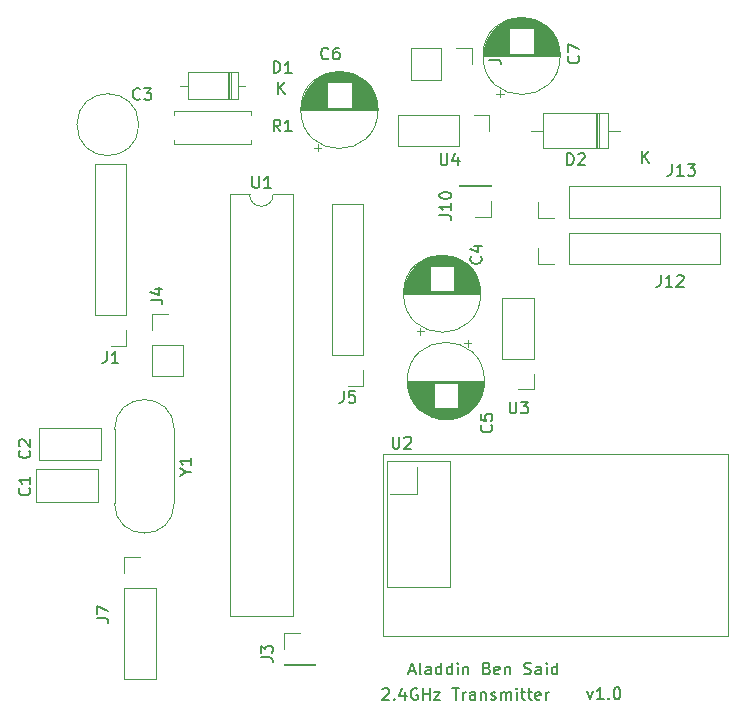
<source format=gto>
G04 #@! TF.GenerationSoftware,KiCad,Pcbnew,(5.1.4)-1*
G04 #@! TF.CreationDate,2020-08-27T05:36:11+02:00*
G04 #@! TF.ProjectId,transmitter,7472616e-736d-4697-9474-65722e6b6963,v1.0*
G04 #@! TF.SameCoordinates,Original*
G04 #@! TF.FileFunction,Legend,Top*
G04 #@! TF.FilePolarity,Positive*
%FSLAX46Y46*%
G04 Gerber Fmt 4.6, Leading zero omitted, Abs format (unit mm)*
G04 Created by KiCad (PCBNEW (5.1.4)-1) date 2020-08-27 05:36:11*
%MOMM*%
%LPD*%
G04 APERTURE LIST*
%ADD10C,0.150000*%
%ADD11C,0.120000*%
G04 APERTURE END LIST*
D10*
X252825428Y-79097214D02*
X253063523Y-79763880D01*
X253301619Y-79097214D01*
X254206380Y-79763880D02*
X253634952Y-79763880D01*
X253920666Y-79763880D02*
X253920666Y-78763880D01*
X253825428Y-78906738D01*
X253730190Y-79001976D01*
X253634952Y-79049595D01*
X254634952Y-79668642D02*
X254682571Y-79716261D01*
X254634952Y-79763880D01*
X254587333Y-79716261D01*
X254634952Y-79668642D01*
X254634952Y-79763880D01*
X255301619Y-78763880D02*
X255396857Y-78763880D01*
X255492095Y-78811500D01*
X255539714Y-78859119D01*
X255587333Y-78954357D01*
X255634952Y-79144833D01*
X255634952Y-79382928D01*
X255587333Y-79573404D01*
X255539714Y-79668642D01*
X255492095Y-79716261D01*
X255396857Y-79763880D01*
X255301619Y-79763880D01*
X255206380Y-79716261D01*
X255158761Y-79668642D01*
X255111142Y-79573404D01*
X255063523Y-79382928D01*
X255063523Y-79144833D01*
X255111142Y-78954357D01*
X255158761Y-78859119D01*
X255206380Y-78811500D01*
X255301619Y-78763880D01*
X235482690Y-78922619D02*
X235530309Y-78875000D01*
X235625547Y-78827380D01*
X235863642Y-78827380D01*
X235958880Y-78875000D01*
X236006500Y-78922619D01*
X236054119Y-79017857D01*
X236054119Y-79113095D01*
X236006500Y-79255952D01*
X235435071Y-79827380D01*
X236054119Y-79827380D01*
X236482690Y-79732142D02*
X236530309Y-79779761D01*
X236482690Y-79827380D01*
X236435071Y-79779761D01*
X236482690Y-79732142D01*
X236482690Y-79827380D01*
X237387452Y-79160714D02*
X237387452Y-79827380D01*
X237149357Y-78779761D02*
X236911261Y-79494047D01*
X237530309Y-79494047D01*
X238435071Y-78875000D02*
X238339833Y-78827380D01*
X238196976Y-78827380D01*
X238054119Y-78875000D01*
X237958880Y-78970238D01*
X237911261Y-79065476D01*
X237863642Y-79255952D01*
X237863642Y-79398809D01*
X237911261Y-79589285D01*
X237958880Y-79684523D01*
X238054119Y-79779761D01*
X238196976Y-79827380D01*
X238292214Y-79827380D01*
X238435071Y-79779761D01*
X238482690Y-79732142D01*
X238482690Y-79398809D01*
X238292214Y-79398809D01*
X238911261Y-79827380D02*
X238911261Y-78827380D01*
X238911261Y-79303571D02*
X239482690Y-79303571D01*
X239482690Y-79827380D02*
X239482690Y-78827380D01*
X239863642Y-79160714D02*
X240387452Y-79160714D01*
X239863642Y-79827380D01*
X240387452Y-79827380D01*
X241387452Y-78827380D02*
X241958880Y-78827380D01*
X241673166Y-79827380D02*
X241673166Y-78827380D01*
X242292214Y-79827380D02*
X242292214Y-79160714D01*
X242292214Y-79351190D02*
X242339833Y-79255952D01*
X242387452Y-79208333D01*
X242482690Y-79160714D01*
X242577928Y-79160714D01*
X243339833Y-79827380D02*
X243339833Y-79303571D01*
X243292214Y-79208333D01*
X243196976Y-79160714D01*
X243006500Y-79160714D01*
X242911261Y-79208333D01*
X243339833Y-79779761D02*
X243244595Y-79827380D01*
X243006500Y-79827380D01*
X242911261Y-79779761D01*
X242863642Y-79684523D01*
X242863642Y-79589285D01*
X242911261Y-79494047D01*
X243006500Y-79446428D01*
X243244595Y-79446428D01*
X243339833Y-79398809D01*
X243816023Y-79160714D02*
X243816023Y-79827380D01*
X243816023Y-79255952D02*
X243863642Y-79208333D01*
X243958880Y-79160714D01*
X244101738Y-79160714D01*
X244196976Y-79208333D01*
X244244595Y-79303571D01*
X244244595Y-79827380D01*
X244673166Y-79779761D02*
X244768404Y-79827380D01*
X244958880Y-79827380D01*
X245054119Y-79779761D01*
X245101738Y-79684523D01*
X245101738Y-79636904D01*
X245054119Y-79541666D01*
X244958880Y-79494047D01*
X244816023Y-79494047D01*
X244720785Y-79446428D01*
X244673166Y-79351190D01*
X244673166Y-79303571D01*
X244720785Y-79208333D01*
X244816023Y-79160714D01*
X244958880Y-79160714D01*
X245054119Y-79208333D01*
X245530309Y-79827380D02*
X245530309Y-79160714D01*
X245530309Y-79255952D02*
X245577928Y-79208333D01*
X245673166Y-79160714D01*
X245816023Y-79160714D01*
X245911261Y-79208333D01*
X245958880Y-79303571D01*
X245958880Y-79827380D01*
X245958880Y-79303571D02*
X246006500Y-79208333D01*
X246101738Y-79160714D01*
X246244595Y-79160714D01*
X246339833Y-79208333D01*
X246387452Y-79303571D01*
X246387452Y-79827380D01*
X246863642Y-79827380D02*
X246863642Y-79160714D01*
X246863642Y-78827380D02*
X246816023Y-78875000D01*
X246863642Y-78922619D01*
X246911261Y-78875000D01*
X246863642Y-78827380D01*
X246863642Y-78922619D01*
X247196976Y-79160714D02*
X247577928Y-79160714D01*
X247339833Y-78827380D02*
X247339833Y-79684523D01*
X247387452Y-79779761D01*
X247482690Y-79827380D01*
X247577928Y-79827380D01*
X247768404Y-79160714D02*
X248149357Y-79160714D01*
X247911261Y-78827380D02*
X247911261Y-79684523D01*
X247958880Y-79779761D01*
X248054119Y-79827380D01*
X248149357Y-79827380D01*
X248863642Y-79779761D02*
X248768404Y-79827380D01*
X248577928Y-79827380D01*
X248482690Y-79779761D01*
X248435071Y-79684523D01*
X248435071Y-79303571D01*
X248482690Y-79208333D01*
X248577928Y-79160714D01*
X248768404Y-79160714D01*
X248863642Y-79208333D01*
X248911261Y-79303571D01*
X248911261Y-79398809D01*
X248435071Y-79494047D01*
X249339833Y-79827380D02*
X249339833Y-79160714D01*
X249339833Y-79351190D02*
X249387452Y-79255952D01*
X249435071Y-79208333D01*
X249530309Y-79160714D01*
X249625547Y-79160714D01*
X237720976Y-77382666D02*
X238197166Y-77382666D01*
X237625738Y-77668380D02*
X237959071Y-76668380D01*
X238292404Y-77668380D01*
X238768595Y-77668380D02*
X238673357Y-77620761D01*
X238625738Y-77525523D01*
X238625738Y-76668380D01*
X239578119Y-77668380D02*
X239578119Y-77144571D01*
X239530500Y-77049333D01*
X239435261Y-77001714D01*
X239244785Y-77001714D01*
X239149547Y-77049333D01*
X239578119Y-77620761D02*
X239482880Y-77668380D01*
X239244785Y-77668380D01*
X239149547Y-77620761D01*
X239101928Y-77525523D01*
X239101928Y-77430285D01*
X239149547Y-77335047D01*
X239244785Y-77287428D01*
X239482880Y-77287428D01*
X239578119Y-77239809D01*
X240482880Y-77668380D02*
X240482880Y-76668380D01*
X240482880Y-77620761D02*
X240387642Y-77668380D01*
X240197166Y-77668380D01*
X240101928Y-77620761D01*
X240054309Y-77573142D01*
X240006690Y-77477904D01*
X240006690Y-77192190D01*
X240054309Y-77096952D01*
X240101928Y-77049333D01*
X240197166Y-77001714D01*
X240387642Y-77001714D01*
X240482880Y-77049333D01*
X241387642Y-77668380D02*
X241387642Y-76668380D01*
X241387642Y-77620761D02*
X241292404Y-77668380D01*
X241101928Y-77668380D01*
X241006690Y-77620761D01*
X240959071Y-77573142D01*
X240911452Y-77477904D01*
X240911452Y-77192190D01*
X240959071Y-77096952D01*
X241006690Y-77049333D01*
X241101928Y-77001714D01*
X241292404Y-77001714D01*
X241387642Y-77049333D01*
X241863833Y-77668380D02*
X241863833Y-77001714D01*
X241863833Y-76668380D02*
X241816214Y-76716000D01*
X241863833Y-76763619D01*
X241911452Y-76716000D01*
X241863833Y-76668380D01*
X241863833Y-76763619D01*
X242340023Y-77001714D02*
X242340023Y-77668380D01*
X242340023Y-77096952D02*
X242387642Y-77049333D01*
X242482880Y-77001714D01*
X242625738Y-77001714D01*
X242720976Y-77049333D01*
X242768595Y-77144571D01*
X242768595Y-77668380D01*
X244340023Y-77144571D02*
X244482880Y-77192190D01*
X244530500Y-77239809D01*
X244578119Y-77335047D01*
X244578119Y-77477904D01*
X244530500Y-77573142D01*
X244482880Y-77620761D01*
X244387642Y-77668380D01*
X244006690Y-77668380D01*
X244006690Y-76668380D01*
X244340023Y-76668380D01*
X244435261Y-76716000D01*
X244482880Y-76763619D01*
X244530500Y-76858857D01*
X244530500Y-76954095D01*
X244482880Y-77049333D01*
X244435261Y-77096952D01*
X244340023Y-77144571D01*
X244006690Y-77144571D01*
X245387642Y-77620761D02*
X245292404Y-77668380D01*
X245101928Y-77668380D01*
X245006690Y-77620761D01*
X244959071Y-77525523D01*
X244959071Y-77144571D01*
X245006690Y-77049333D01*
X245101928Y-77001714D01*
X245292404Y-77001714D01*
X245387642Y-77049333D01*
X245435261Y-77144571D01*
X245435261Y-77239809D01*
X244959071Y-77335047D01*
X245863833Y-77001714D02*
X245863833Y-77668380D01*
X245863833Y-77096952D02*
X245911452Y-77049333D01*
X246006690Y-77001714D01*
X246149547Y-77001714D01*
X246244785Y-77049333D01*
X246292404Y-77144571D01*
X246292404Y-77668380D01*
X247482880Y-77620761D02*
X247625738Y-77668380D01*
X247863833Y-77668380D01*
X247959071Y-77620761D01*
X248006690Y-77573142D01*
X248054309Y-77477904D01*
X248054309Y-77382666D01*
X248006690Y-77287428D01*
X247959071Y-77239809D01*
X247863833Y-77192190D01*
X247673357Y-77144571D01*
X247578119Y-77096952D01*
X247530500Y-77049333D01*
X247482880Y-76954095D01*
X247482880Y-76858857D01*
X247530500Y-76763619D01*
X247578119Y-76716000D01*
X247673357Y-76668380D01*
X247911452Y-76668380D01*
X248054309Y-76716000D01*
X248911452Y-77668380D02*
X248911452Y-77144571D01*
X248863833Y-77049333D01*
X248768595Y-77001714D01*
X248578119Y-77001714D01*
X248482880Y-77049333D01*
X248911452Y-77620761D02*
X248816214Y-77668380D01*
X248578119Y-77668380D01*
X248482880Y-77620761D01*
X248435261Y-77525523D01*
X248435261Y-77430285D01*
X248482880Y-77335047D01*
X248578119Y-77287428D01*
X248816214Y-77287428D01*
X248911452Y-77239809D01*
X249387642Y-77668380D02*
X249387642Y-77001714D01*
X249387642Y-76668380D02*
X249340023Y-76716000D01*
X249387642Y-76763619D01*
X249435261Y-76716000D01*
X249387642Y-76668380D01*
X249387642Y-76763619D01*
X250292404Y-77668380D02*
X250292404Y-76668380D01*
X250292404Y-77620761D02*
X250197166Y-77668380D01*
X250006690Y-77668380D01*
X249911452Y-77620761D01*
X249863833Y-77573142D01*
X249816214Y-77477904D01*
X249816214Y-77192190D01*
X249863833Y-77096952D01*
X249911452Y-77049333D01*
X250006690Y-77001714D01*
X250197166Y-77001714D01*
X250292404Y-77049333D01*
D11*
X226234500Y-37024000D02*
G75*
G02X224234500Y-37024000I-1000000J0D01*
G01*
X224234500Y-37024000D02*
X222584500Y-37024000D01*
X222584500Y-37024000D02*
X222584500Y-72704000D01*
X222584500Y-72704000D02*
X227884500Y-72704000D01*
X227884500Y-72704000D02*
X227884500Y-37024000D01*
X227884500Y-37024000D02*
X226234500Y-37024000D01*
X248669500Y-38985500D02*
X248669500Y-37655500D01*
X249999500Y-38985500D02*
X248669500Y-38985500D01*
X251269500Y-38985500D02*
X251269500Y-36325500D01*
X251269500Y-36325500D02*
X264029500Y-36325500D01*
X251269500Y-38985500D02*
X264029500Y-38985500D01*
X264029500Y-38985500D02*
X264029500Y-36325500D01*
X248669500Y-42922500D02*
X248669500Y-41592500D01*
X249999500Y-42922500D02*
X248669500Y-42922500D01*
X251269500Y-42922500D02*
X251269500Y-40262500D01*
X251269500Y-40262500D02*
X264029500Y-40262500D01*
X251269500Y-42922500D02*
X264029500Y-42922500D01*
X264029500Y-42922500D02*
X264029500Y-40262500D01*
X213617500Y-67758000D02*
X214947500Y-67758000D01*
X213617500Y-69088000D02*
X213617500Y-67758000D01*
X213617500Y-70358000D02*
X216277500Y-70358000D01*
X216277500Y-70358000D02*
X216277500Y-78038000D01*
X213617500Y-70358000D02*
X213617500Y-78038000D01*
X213617500Y-78038000D02*
X216277500Y-78038000D01*
X215967000Y-47184000D02*
X217297000Y-47184000D01*
X215967000Y-48514000D02*
X215967000Y-47184000D01*
X215967000Y-49784000D02*
X218627000Y-49784000D01*
X218627000Y-49784000D02*
X218627000Y-52384000D01*
X215967000Y-49784000D02*
X215967000Y-52384000D01*
X215967000Y-52384000D02*
X218627000Y-52384000D01*
X227143000Y-74171500D02*
X228473000Y-74171500D01*
X227143000Y-75501500D02*
X227143000Y-74171500D01*
X227143000Y-76771500D02*
X229803000Y-76771500D01*
X229803000Y-76771500D02*
X229803000Y-76831500D01*
X227143000Y-76771500D02*
X227143000Y-76831500D01*
X227143000Y-76831500D02*
X229803000Y-76831500D01*
X211428000Y-63028500D02*
X206188000Y-63028500D01*
X211428000Y-60288500D02*
X206188000Y-60288500D01*
X211428000Y-63028500D02*
X211428000Y-60288500D01*
X206188000Y-63028500D02*
X206188000Y-60288500D01*
X206378500Y-59536000D02*
X206378500Y-56796000D01*
X211618500Y-59536000D02*
X211618500Y-56796000D01*
X211618500Y-56796000D02*
X206378500Y-56796000D01*
X211618500Y-59536000D02*
X206378500Y-59536000D01*
X214853000Y-31115000D02*
G75*
G03X214853000Y-31115000I-2620000J0D01*
G01*
X243808000Y-45422500D02*
G75*
G03X243808000Y-45422500I-3270000J0D01*
G01*
X237308000Y-45422500D02*
X243768000Y-45422500D01*
X237308000Y-45382500D02*
X243768000Y-45382500D01*
X237308000Y-45342500D02*
X243768000Y-45342500D01*
X237310000Y-45302500D02*
X243766000Y-45302500D01*
X237311000Y-45262500D02*
X243765000Y-45262500D01*
X237314000Y-45222500D02*
X243762000Y-45222500D01*
X237316000Y-45182500D02*
X239498000Y-45182500D01*
X241578000Y-45182500D02*
X243760000Y-45182500D01*
X237320000Y-45142500D02*
X239498000Y-45142500D01*
X241578000Y-45142500D02*
X243756000Y-45142500D01*
X237323000Y-45102500D02*
X239498000Y-45102500D01*
X241578000Y-45102500D02*
X243753000Y-45102500D01*
X237327000Y-45062500D02*
X239498000Y-45062500D01*
X241578000Y-45062500D02*
X243749000Y-45062500D01*
X237332000Y-45022500D02*
X239498000Y-45022500D01*
X241578000Y-45022500D02*
X243744000Y-45022500D01*
X237337000Y-44982500D02*
X239498000Y-44982500D01*
X241578000Y-44982500D02*
X243739000Y-44982500D01*
X237343000Y-44942500D02*
X239498000Y-44942500D01*
X241578000Y-44942500D02*
X243733000Y-44942500D01*
X237349000Y-44902500D02*
X239498000Y-44902500D01*
X241578000Y-44902500D02*
X243727000Y-44902500D01*
X237356000Y-44862500D02*
X239498000Y-44862500D01*
X241578000Y-44862500D02*
X243720000Y-44862500D01*
X237363000Y-44822500D02*
X239498000Y-44822500D01*
X241578000Y-44822500D02*
X243713000Y-44822500D01*
X237371000Y-44782500D02*
X239498000Y-44782500D01*
X241578000Y-44782500D02*
X243705000Y-44782500D01*
X237379000Y-44742500D02*
X239498000Y-44742500D01*
X241578000Y-44742500D02*
X243697000Y-44742500D01*
X237388000Y-44701500D02*
X239498000Y-44701500D01*
X241578000Y-44701500D02*
X243688000Y-44701500D01*
X237397000Y-44661500D02*
X239498000Y-44661500D01*
X241578000Y-44661500D02*
X243679000Y-44661500D01*
X237407000Y-44621500D02*
X239498000Y-44621500D01*
X241578000Y-44621500D02*
X243669000Y-44621500D01*
X237417000Y-44581500D02*
X239498000Y-44581500D01*
X241578000Y-44581500D02*
X243659000Y-44581500D01*
X237428000Y-44541500D02*
X239498000Y-44541500D01*
X241578000Y-44541500D02*
X243648000Y-44541500D01*
X237440000Y-44501500D02*
X239498000Y-44501500D01*
X241578000Y-44501500D02*
X243636000Y-44501500D01*
X237452000Y-44461500D02*
X239498000Y-44461500D01*
X241578000Y-44461500D02*
X243624000Y-44461500D01*
X237464000Y-44421500D02*
X239498000Y-44421500D01*
X241578000Y-44421500D02*
X243612000Y-44421500D01*
X237477000Y-44381500D02*
X239498000Y-44381500D01*
X241578000Y-44381500D02*
X243599000Y-44381500D01*
X237491000Y-44341500D02*
X239498000Y-44341500D01*
X241578000Y-44341500D02*
X243585000Y-44341500D01*
X237505000Y-44301500D02*
X239498000Y-44301500D01*
X241578000Y-44301500D02*
X243571000Y-44301500D01*
X237520000Y-44261500D02*
X239498000Y-44261500D01*
X241578000Y-44261500D02*
X243556000Y-44261500D01*
X237536000Y-44221500D02*
X239498000Y-44221500D01*
X241578000Y-44221500D02*
X243540000Y-44221500D01*
X237552000Y-44181500D02*
X239498000Y-44181500D01*
X241578000Y-44181500D02*
X243524000Y-44181500D01*
X237568000Y-44141500D02*
X239498000Y-44141500D01*
X241578000Y-44141500D02*
X243508000Y-44141500D01*
X237586000Y-44101500D02*
X239498000Y-44101500D01*
X241578000Y-44101500D02*
X243490000Y-44101500D01*
X237604000Y-44061500D02*
X239498000Y-44061500D01*
X241578000Y-44061500D02*
X243472000Y-44061500D01*
X237622000Y-44021500D02*
X239498000Y-44021500D01*
X241578000Y-44021500D02*
X243454000Y-44021500D01*
X237642000Y-43981500D02*
X239498000Y-43981500D01*
X241578000Y-43981500D02*
X243434000Y-43981500D01*
X237662000Y-43941500D02*
X239498000Y-43941500D01*
X241578000Y-43941500D02*
X243414000Y-43941500D01*
X237682000Y-43901500D02*
X239498000Y-43901500D01*
X241578000Y-43901500D02*
X243394000Y-43901500D01*
X237704000Y-43861500D02*
X239498000Y-43861500D01*
X241578000Y-43861500D02*
X243372000Y-43861500D01*
X237726000Y-43821500D02*
X239498000Y-43821500D01*
X241578000Y-43821500D02*
X243350000Y-43821500D01*
X237748000Y-43781500D02*
X239498000Y-43781500D01*
X241578000Y-43781500D02*
X243328000Y-43781500D01*
X237772000Y-43741500D02*
X239498000Y-43741500D01*
X241578000Y-43741500D02*
X243304000Y-43741500D01*
X237796000Y-43701500D02*
X239498000Y-43701500D01*
X241578000Y-43701500D02*
X243280000Y-43701500D01*
X237822000Y-43661500D02*
X239498000Y-43661500D01*
X241578000Y-43661500D02*
X243254000Y-43661500D01*
X237848000Y-43621500D02*
X239498000Y-43621500D01*
X241578000Y-43621500D02*
X243228000Y-43621500D01*
X237874000Y-43581500D02*
X239498000Y-43581500D01*
X241578000Y-43581500D02*
X243202000Y-43581500D01*
X237902000Y-43541500D02*
X239498000Y-43541500D01*
X241578000Y-43541500D02*
X243174000Y-43541500D01*
X237931000Y-43501500D02*
X239498000Y-43501500D01*
X241578000Y-43501500D02*
X243145000Y-43501500D01*
X237960000Y-43461500D02*
X239498000Y-43461500D01*
X241578000Y-43461500D02*
X243116000Y-43461500D01*
X237990000Y-43421500D02*
X239498000Y-43421500D01*
X241578000Y-43421500D02*
X243086000Y-43421500D01*
X238022000Y-43381500D02*
X239498000Y-43381500D01*
X241578000Y-43381500D02*
X243054000Y-43381500D01*
X238054000Y-43341500D02*
X239498000Y-43341500D01*
X241578000Y-43341500D02*
X243022000Y-43341500D01*
X238088000Y-43301500D02*
X239498000Y-43301500D01*
X241578000Y-43301500D02*
X242988000Y-43301500D01*
X238122000Y-43261500D02*
X239498000Y-43261500D01*
X241578000Y-43261500D02*
X242954000Y-43261500D01*
X238158000Y-43221500D02*
X239498000Y-43221500D01*
X241578000Y-43221500D02*
X242918000Y-43221500D01*
X238195000Y-43181500D02*
X239498000Y-43181500D01*
X241578000Y-43181500D02*
X242881000Y-43181500D01*
X238233000Y-43141500D02*
X239498000Y-43141500D01*
X241578000Y-43141500D02*
X242843000Y-43141500D01*
X238273000Y-43101500D02*
X242803000Y-43101500D01*
X238314000Y-43061500D02*
X242762000Y-43061500D01*
X238356000Y-43021500D02*
X242720000Y-43021500D01*
X238401000Y-42981500D02*
X242675000Y-42981500D01*
X238446000Y-42941500D02*
X242630000Y-42941500D01*
X238494000Y-42901500D02*
X242582000Y-42901500D01*
X238543000Y-42861500D02*
X242533000Y-42861500D01*
X238594000Y-42821500D02*
X242482000Y-42821500D01*
X238648000Y-42781500D02*
X242428000Y-42781500D01*
X238704000Y-42741500D02*
X242372000Y-42741500D01*
X238762000Y-42701500D02*
X242314000Y-42701500D01*
X238824000Y-42661500D02*
X242252000Y-42661500D01*
X238888000Y-42621500D02*
X242188000Y-42621500D01*
X238957000Y-42581500D02*
X242119000Y-42581500D01*
X239029000Y-42541500D02*
X242047000Y-42541500D01*
X239106000Y-42501500D02*
X241970000Y-42501500D01*
X239188000Y-42461500D02*
X241888000Y-42461500D01*
X239276000Y-42421500D02*
X241800000Y-42421500D01*
X239373000Y-42381500D02*
X241703000Y-42381500D01*
X239479000Y-42341500D02*
X241597000Y-42341500D01*
X239598000Y-42301500D02*
X241478000Y-42301500D01*
X239736000Y-42261500D02*
X241340000Y-42261500D01*
X239905000Y-42221500D02*
X241171000Y-42221500D01*
X240136000Y-42181500D02*
X240940000Y-42181500D01*
X238699000Y-48922741D02*
X238699000Y-48292741D01*
X238384000Y-48607741D02*
X239014000Y-48607741D01*
X243009500Y-49626759D02*
X242379500Y-49626759D01*
X242694500Y-49311759D02*
X242694500Y-49941759D01*
X241257500Y-56053000D02*
X240453500Y-56053000D01*
X241488500Y-56013000D02*
X240222500Y-56013000D01*
X241657500Y-55973000D02*
X240053500Y-55973000D01*
X241795500Y-55933000D02*
X239915500Y-55933000D01*
X241914500Y-55893000D02*
X239796500Y-55893000D01*
X242020500Y-55853000D02*
X239690500Y-55853000D01*
X242117500Y-55813000D02*
X239593500Y-55813000D01*
X242205500Y-55773000D02*
X239505500Y-55773000D01*
X242287500Y-55733000D02*
X239423500Y-55733000D01*
X242364500Y-55693000D02*
X239346500Y-55693000D01*
X242436500Y-55653000D02*
X239274500Y-55653000D01*
X242505500Y-55613000D02*
X239205500Y-55613000D01*
X242569500Y-55573000D02*
X239141500Y-55573000D01*
X242631500Y-55533000D02*
X239079500Y-55533000D01*
X242689500Y-55493000D02*
X239021500Y-55493000D01*
X242745500Y-55453000D02*
X238965500Y-55453000D01*
X242799500Y-55413000D02*
X238911500Y-55413000D01*
X242850500Y-55373000D02*
X238860500Y-55373000D01*
X242899500Y-55333000D02*
X238811500Y-55333000D01*
X242947500Y-55293000D02*
X238763500Y-55293000D01*
X242992500Y-55253000D02*
X238718500Y-55253000D01*
X243037500Y-55213000D02*
X238673500Y-55213000D01*
X243079500Y-55173000D02*
X238631500Y-55173000D01*
X243120500Y-55133000D02*
X238590500Y-55133000D01*
X239815500Y-55093000D02*
X238550500Y-55093000D01*
X243160500Y-55093000D02*
X241895500Y-55093000D01*
X239815500Y-55053000D02*
X238512500Y-55053000D01*
X243198500Y-55053000D02*
X241895500Y-55053000D01*
X239815500Y-55013000D02*
X238475500Y-55013000D01*
X243235500Y-55013000D02*
X241895500Y-55013000D01*
X239815500Y-54973000D02*
X238439500Y-54973000D01*
X243271500Y-54973000D02*
X241895500Y-54973000D01*
X239815500Y-54933000D02*
X238405500Y-54933000D01*
X243305500Y-54933000D02*
X241895500Y-54933000D01*
X239815500Y-54893000D02*
X238371500Y-54893000D01*
X243339500Y-54893000D02*
X241895500Y-54893000D01*
X239815500Y-54853000D02*
X238339500Y-54853000D01*
X243371500Y-54853000D02*
X241895500Y-54853000D01*
X239815500Y-54813000D02*
X238307500Y-54813000D01*
X243403500Y-54813000D02*
X241895500Y-54813000D01*
X239815500Y-54773000D02*
X238277500Y-54773000D01*
X243433500Y-54773000D02*
X241895500Y-54773000D01*
X239815500Y-54733000D02*
X238248500Y-54733000D01*
X243462500Y-54733000D02*
X241895500Y-54733000D01*
X239815500Y-54693000D02*
X238219500Y-54693000D01*
X243491500Y-54693000D02*
X241895500Y-54693000D01*
X239815500Y-54653000D02*
X238191500Y-54653000D01*
X243519500Y-54653000D02*
X241895500Y-54653000D01*
X239815500Y-54613000D02*
X238165500Y-54613000D01*
X243545500Y-54613000D02*
X241895500Y-54613000D01*
X239815500Y-54573000D02*
X238139500Y-54573000D01*
X243571500Y-54573000D02*
X241895500Y-54573000D01*
X239815500Y-54533000D02*
X238113500Y-54533000D01*
X243597500Y-54533000D02*
X241895500Y-54533000D01*
X239815500Y-54493000D02*
X238089500Y-54493000D01*
X243621500Y-54493000D02*
X241895500Y-54493000D01*
X239815500Y-54453000D02*
X238065500Y-54453000D01*
X243645500Y-54453000D02*
X241895500Y-54453000D01*
X239815500Y-54413000D02*
X238043500Y-54413000D01*
X243667500Y-54413000D02*
X241895500Y-54413000D01*
X239815500Y-54373000D02*
X238021500Y-54373000D01*
X243689500Y-54373000D02*
X241895500Y-54373000D01*
X239815500Y-54333000D02*
X237999500Y-54333000D01*
X243711500Y-54333000D02*
X241895500Y-54333000D01*
X239815500Y-54293000D02*
X237979500Y-54293000D01*
X243731500Y-54293000D02*
X241895500Y-54293000D01*
X239815500Y-54253000D02*
X237959500Y-54253000D01*
X243751500Y-54253000D02*
X241895500Y-54253000D01*
X239815500Y-54213000D02*
X237939500Y-54213000D01*
X243771500Y-54213000D02*
X241895500Y-54213000D01*
X239815500Y-54173000D02*
X237921500Y-54173000D01*
X243789500Y-54173000D02*
X241895500Y-54173000D01*
X239815500Y-54133000D02*
X237903500Y-54133000D01*
X243807500Y-54133000D02*
X241895500Y-54133000D01*
X239815500Y-54093000D02*
X237885500Y-54093000D01*
X243825500Y-54093000D02*
X241895500Y-54093000D01*
X239815500Y-54053000D02*
X237869500Y-54053000D01*
X243841500Y-54053000D02*
X241895500Y-54053000D01*
X239815500Y-54013000D02*
X237853500Y-54013000D01*
X243857500Y-54013000D02*
X241895500Y-54013000D01*
X239815500Y-53973000D02*
X237837500Y-53973000D01*
X243873500Y-53973000D02*
X241895500Y-53973000D01*
X239815500Y-53933000D02*
X237822500Y-53933000D01*
X243888500Y-53933000D02*
X241895500Y-53933000D01*
X239815500Y-53893000D02*
X237808500Y-53893000D01*
X243902500Y-53893000D02*
X241895500Y-53893000D01*
X239815500Y-53853000D02*
X237794500Y-53853000D01*
X243916500Y-53853000D02*
X241895500Y-53853000D01*
X239815500Y-53813000D02*
X237781500Y-53813000D01*
X243929500Y-53813000D02*
X241895500Y-53813000D01*
X239815500Y-53773000D02*
X237769500Y-53773000D01*
X243941500Y-53773000D02*
X241895500Y-53773000D01*
X239815500Y-53733000D02*
X237757500Y-53733000D01*
X243953500Y-53733000D02*
X241895500Y-53733000D01*
X239815500Y-53693000D02*
X237745500Y-53693000D01*
X243965500Y-53693000D02*
X241895500Y-53693000D01*
X239815500Y-53653000D02*
X237734500Y-53653000D01*
X243976500Y-53653000D02*
X241895500Y-53653000D01*
X239815500Y-53613000D02*
X237724500Y-53613000D01*
X243986500Y-53613000D02*
X241895500Y-53613000D01*
X239815500Y-53573000D02*
X237714500Y-53573000D01*
X243996500Y-53573000D02*
X241895500Y-53573000D01*
X239815500Y-53533000D02*
X237705500Y-53533000D01*
X244005500Y-53533000D02*
X241895500Y-53533000D01*
X239815500Y-53492000D02*
X237696500Y-53492000D01*
X244014500Y-53492000D02*
X241895500Y-53492000D01*
X239815500Y-53452000D02*
X237688500Y-53452000D01*
X244022500Y-53452000D02*
X241895500Y-53452000D01*
X239815500Y-53412000D02*
X237680500Y-53412000D01*
X244030500Y-53412000D02*
X241895500Y-53412000D01*
X239815500Y-53372000D02*
X237673500Y-53372000D01*
X244037500Y-53372000D02*
X241895500Y-53372000D01*
X239815500Y-53332000D02*
X237666500Y-53332000D01*
X244044500Y-53332000D02*
X241895500Y-53332000D01*
X239815500Y-53292000D02*
X237660500Y-53292000D01*
X244050500Y-53292000D02*
X241895500Y-53292000D01*
X239815500Y-53252000D02*
X237654500Y-53252000D01*
X244056500Y-53252000D02*
X241895500Y-53252000D01*
X239815500Y-53212000D02*
X237649500Y-53212000D01*
X244061500Y-53212000D02*
X241895500Y-53212000D01*
X239815500Y-53172000D02*
X237644500Y-53172000D01*
X244066500Y-53172000D02*
X241895500Y-53172000D01*
X239815500Y-53132000D02*
X237640500Y-53132000D01*
X244070500Y-53132000D02*
X241895500Y-53132000D01*
X239815500Y-53092000D02*
X237637500Y-53092000D01*
X244073500Y-53092000D02*
X241895500Y-53092000D01*
X239815500Y-53052000D02*
X237633500Y-53052000D01*
X244077500Y-53052000D02*
X241895500Y-53052000D01*
X244079500Y-53012000D02*
X237631500Y-53012000D01*
X244082500Y-52972000D02*
X237628500Y-52972000D01*
X244083500Y-52932000D02*
X237627500Y-52932000D01*
X244085500Y-52892000D02*
X237625500Y-52892000D01*
X244085500Y-52852000D02*
X237625500Y-52852000D01*
X244085500Y-52812000D02*
X237625500Y-52812000D01*
X244125500Y-52812000D02*
G75*
G03X244125500Y-52812000I-3270000J0D01*
G01*
X235108500Y-29865000D02*
G75*
G03X235108500Y-29865000I-3270000J0D01*
G01*
X228608500Y-29865000D02*
X235068500Y-29865000D01*
X228608500Y-29825000D02*
X235068500Y-29825000D01*
X228608500Y-29785000D02*
X235068500Y-29785000D01*
X228610500Y-29745000D02*
X235066500Y-29745000D01*
X228611500Y-29705000D02*
X235065500Y-29705000D01*
X228614500Y-29665000D02*
X235062500Y-29665000D01*
X228616500Y-29625000D02*
X230798500Y-29625000D01*
X232878500Y-29625000D02*
X235060500Y-29625000D01*
X228620500Y-29585000D02*
X230798500Y-29585000D01*
X232878500Y-29585000D02*
X235056500Y-29585000D01*
X228623500Y-29545000D02*
X230798500Y-29545000D01*
X232878500Y-29545000D02*
X235053500Y-29545000D01*
X228627500Y-29505000D02*
X230798500Y-29505000D01*
X232878500Y-29505000D02*
X235049500Y-29505000D01*
X228632500Y-29465000D02*
X230798500Y-29465000D01*
X232878500Y-29465000D02*
X235044500Y-29465000D01*
X228637500Y-29425000D02*
X230798500Y-29425000D01*
X232878500Y-29425000D02*
X235039500Y-29425000D01*
X228643500Y-29385000D02*
X230798500Y-29385000D01*
X232878500Y-29385000D02*
X235033500Y-29385000D01*
X228649500Y-29345000D02*
X230798500Y-29345000D01*
X232878500Y-29345000D02*
X235027500Y-29345000D01*
X228656500Y-29305000D02*
X230798500Y-29305000D01*
X232878500Y-29305000D02*
X235020500Y-29305000D01*
X228663500Y-29265000D02*
X230798500Y-29265000D01*
X232878500Y-29265000D02*
X235013500Y-29265000D01*
X228671500Y-29225000D02*
X230798500Y-29225000D01*
X232878500Y-29225000D02*
X235005500Y-29225000D01*
X228679500Y-29185000D02*
X230798500Y-29185000D01*
X232878500Y-29185000D02*
X234997500Y-29185000D01*
X228688500Y-29144000D02*
X230798500Y-29144000D01*
X232878500Y-29144000D02*
X234988500Y-29144000D01*
X228697500Y-29104000D02*
X230798500Y-29104000D01*
X232878500Y-29104000D02*
X234979500Y-29104000D01*
X228707500Y-29064000D02*
X230798500Y-29064000D01*
X232878500Y-29064000D02*
X234969500Y-29064000D01*
X228717500Y-29024000D02*
X230798500Y-29024000D01*
X232878500Y-29024000D02*
X234959500Y-29024000D01*
X228728500Y-28984000D02*
X230798500Y-28984000D01*
X232878500Y-28984000D02*
X234948500Y-28984000D01*
X228740500Y-28944000D02*
X230798500Y-28944000D01*
X232878500Y-28944000D02*
X234936500Y-28944000D01*
X228752500Y-28904000D02*
X230798500Y-28904000D01*
X232878500Y-28904000D02*
X234924500Y-28904000D01*
X228764500Y-28864000D02*
X230798500Y-28864000D01*
X232878500Y-28864000D02*
X234912500Y-28864000D01*
X228777500Y-28824000D02*
X230798500Y-28824000D01*
X232878500Y-28824000D02*
X234899500Y-28824000D01*
X228791500Y-28784000D02*
X230798500Y-28784000D01*
X232878500Y-28784000D02*
X234885500Y-28784000D01*
X228805500Y-28744000D02*
X230798500Y-28744000D01*
X232878500Y-28744000D02*
X234871500Y-28744000D01*
X228820500Y-28704000D02*
X230798500Y-28704000D01*
X232878500Y-28704000D02*
X234856500Y-28704000D01*
X228836500Y-28664000D02*
X230798500Y-28664000D01*
X232878500Y-28664000D02*
X234840500Y-28664000D01*
X228852500Y-28624000D02*
X230798500Y-28624000D01*
X232878500Y-28624000D02*
X234824500Y-28624000D01*
X228868500Y-28584000D02*
X230798500Y-28584000D01*
X232878500Y-28584000D02*
X234808500Y-28584000D01*
X228886500Y-28544000D02*
X230798500Y-28544000D01*
X232878500Y-28544000D02*
X234790500Y-28544000D01*
X228904500Y-28504000D02*
X230798500Y-28504000D01*
X232878500Y-28504000D02*
X234772500Y-28504000D01*
X228922500Y-28464000D02*
X230798500Y-28464000D01*
X232878500Y-28464000D02*
X234754500Y-28464000D01*
X228942500Y-28424000D02*
X230798500Y-28424000D01*
X232878500Y-28424000D02*
X234734500Y-28424000D01*
X228962500Y-28384000D02*
X230798500Y-28384000D01*
X232878500Y-28384000D02*
X234714500Y-28384000D01*
X228982500Y-28344000D02*
X230798500Y-28344000D01*
X232878500Y-28344000D02*
X234694500Y-28344000D01*
X229004500Y-28304000D02*
X230798500Y-28304000D01*
X232878500Y-28304000D02*
X234672500Y-28304000D01*
X229026500Y-28264000D02*
X230798500Y-28264000D01*
X232878500Y-28264000D02*
X234650500Y-28264000D01*
X229048500Y-28224000D02*
X230798500Y-28224000D01*
X232878500Y-28224000D02*
X234628500Y-28224000D01*
X229072500Y-28184000D02*
X230798500Y-28184000D01*
X232878500Y-28184000D02*
X234604500Y-28184000D01*
X229096500Y-28144000D02*
X230798500Y-28144000D01*
X232878500Y-28144000D02*
X234580500Y-28144000D01*
X229122500Y-28104000D02*
X230798500Y-28104000D01*
X232878500Y-28104000D02*
X234554500Y-28104000D01*
X229148500Y-28064000D02*
X230798500Y-28064000D01*
X232878500Y-28064000D02*
X234528500Y-28064000D01*
X229174500Y-28024000D02*
X230798500Y-28024000D01*
X232878500Y-28024000D02*
X234502500Y-28024000D01*
X229202500Y-27984000D02*
X230798500Y-27984000D01*
X232878500Y-27984000D02*
X234474500Y-27984000D01*
X229231500Y-27944000D02*
X230798500Y-27944000D01*
X232878500Y-27944000D02*
X234445500Y-27944000D01*
X229260500Y-27904000D02*
X230798500Y-27904000D01*
X232878500Y-27904000D02*
X234416500Y-27904000D01*
X229290500Y-27864000D02*
X230798500Y-27864000D01*
X232878500Y-27864000D02*
X234386500Y-27864000D01*
X229322500Y-27824000D02*
X230798500Y-27824000D01*
X232878500Y-27824000D02*
X234354500Y-27824000D01*
X229354500Y-27784000D02*
X230798500Y-27784000D01*
X232878500Y-27784000D02*
X234322500Y-27784000D01*
X229388500Y-27744000D02*
X230798500Y-27744000D01*
X232878500Y-27744000D02*
X234288500Y-27744000D01*
X229422500Y-27704000D02*
X230798500Y-27704000D01*
X232878500Y-27704000D02*
X234254500Y-27704000D01*
X229458500Y-27664000D02*
X230798500Y-27664000D01*
X232878500Y-27664000D02*
X234218500Y-27664000D01*
X229495500Y-27624000D02*
X230798500Y-27624000D01*
X232878500Y-27624000D02*
X234181500Y-27624000D01*
X229533500Y-27584000D02*
X230798500Y-27584000D01*
X232878500Y-27584000D02*
X234143500Y-27584000D01*
X229573500Y-27544000D02*
X234103500Y-27544000D01*
X229614500Y-27504000D02*
X234062500Y-27504000D01*
X229656500Y-27464000D02*
X234020500Y-27464000D01*
X229701500Y-27424000D02*
X233975500Y-27424000D01*
X229746500Y-27384000D02*
X233930500Y-27384000D01*
X229794500Y-27344000D02*
X233882500Y-27344000D01*
X229843500Y-27304000D02*
X233833500Y-27304000D01*
X229894500Y-27264000D02*
X233782500Y-27264000D01*
X229948500Y-27224000D02*
X233728500Y-27224000D01*
X230004500Y-27184000D02*
X233672500Y-27184000D01*
X230062500Y-27144000D02*
X233614500Y-27144000D01*
X230124500Y-27104000D02*
X233552500Y-27104000D01*
X230188500Y-27064000D02*
X233488500Y-27064000D01*
X230257500Y-27024000D02*
X233419500Y-27024000D01*
X230329500Y-26984000D02*
X233347500Y-26984000D01*
X230406500Y-26944000D02*
X233270500Y-26944000D01*
X230488500Y-26904000D02*
X233188500Y-26904000D01*
X230576500Y-26864000D02*
X233100500Y-26864000D01*
X230673500Y-26824000D02*
X233003500Y-26824000D01*
X230779500Y-26784000D02*
X232897500Y-26784000D01*
X230898500Y-26744000D02*
X232778500Y-26744000D01*
X231036500Y-26704000D02*
X232640500Y-26704000D01*
X231205500Y-26664000D02*
X232471500Y-26664000D01*
X231436500Y-26624000D02*
X232240500Y-26624000D01*
X229999500Y-33365241D02*
X229999500Y-32735241D01*
X229684500Y-33050241D02*
X230314500Y-33050241D01*
X245115000Y-28478241D02*
X245745000Y-28478241D01*
X245430000Y-28793241D02*
X245430000Y-28163241D01*
X246867000Y-22052000D02*
X247671000Y-22052000D01*
X246636000Y-22092000D02*
X247902000Y-22092000D01*
X246467000Y-22132000D02*
X248071000Y-22132000D01*
X246329000Y-22172000D02*
X248209000Y-22172000D01*
X246210000Y-22212000D02*
X248328000Y-22212000D01*
X246104000Y-22252000D02*
X248434000Y-22252000D01*
X246007000Y-22292000D02*
X248531000Y-22292000D01*
X245919000Y-22332000D02*
X248619000Y-22332000D01*
X245837000Y-22372000D02*
X248701000Y-22372000D01*
X245760000Y-22412000D02*
X248778000Y-22412000D01*
X245688000Y-22452000D02*
X248850000Y-22452000D01*
X245619000Y-22492000D02*
X248919000Y-22492000D01*
X245555000Y-22532000D02*
X248983000Y-22532000D01*
X245493000Y-22572000D02*
X249045000Y-22572000D01*
X245435000Y-22612000D02*
X249103000Y-22612000D01*
X245379000Y-22652000D02*
X249159000Y-22652000D01*
X245325000Y-22692000D02*
X249213000Y-22692000D01*
X245274000Y-22732000D02*
X249264000Y-22732000D01*
X245225000Y-22772000D02*
X249313000Y-22772000D01*
X245177000Y-22812000D02*
X249361000Y-22812000D01*
X245132000Y-22852000D02*
X249406000Y-22852000D01*
X245087000Y-22892000D02*
X249451000Y-22892000D01*
X245045000Y-22932000D02*
X249493000Y-22932000D01*
X245004000Y-22972000D02*
X249534000Y-22972000D01*
X248309000Y-23012000D02*
X249574000Y-23012000D01*
X244964000Y-23012000D02*
X246229000Y-23012000D01*
X248309000Y-23052000D02*
X249612000Y-23052000D01*
X244926000Y-23052000D02*
X246229000Y-23052000D01*
X248309000Y-23092000D02*
X249649000Y-23092000D01*
X244889000Y-23092000D02*
X246229000Y-23092000D01*
X248309000Y-23132000D02*
X249685000Y-23132000D01*
X244853000Y-23132000D02*
X246229000Y-23132000D01*
X248309000Y-23172000D02*
X249719000Y-23172000D01*
X244819000Y-23172000D02*
X246229000Y-23172000D01*
X248309000Y-23212000D02*
X249753000Y-23212000D01*
X244785000Y-23212000D02*
X246229000Y-23212000D01*
X248309000Y-23252000D02*
X249785000Y-23252000D01*
X244753000Y-23252000D02*
X246229000Y-23252000D01*
X248309000Y-23292000D02*
X249817000Y-23292000D01*
X244721000Y-23292000D02*
X246229000Y-23292000D01*
X248309000Y-23332000D02*
X249847000Y-23332000D01*
X244691000Y-23332000D02*
X246229000Y-23332000D01*
X248309000Y-23372000D02*
X249876000Y-23372000D01*
X244662000Y-23372000D02*
X246229000Y-23372000D01*
X248309000Y-23412000D02*
X249905000Y-23412000D01*
X244633000Y-23412000D02*
X246229000Y-23412000D01*
X248309000Y-23452000D02*
X249933000Y-23452000D01*
X244605000Y-23452000D02*
X246229000Y-23452000D01*
X248309000Y-23492000D02*
X249959000Y-23492000D01*
X244579000Y-23492000D02*
X246229000Y-23492000D01*
X248309000Y-23532000D02*
X249985000Y-23532000D01*
X244553000Y-23532000D02*
X246229000Y-23532000D01*
X248309000Y-23572000D02*
X250011000Y-23572000D01*
X244527000Y-23572000D02*
X246229000Y-23572000D01*
X248309000Y-23612000D02*
X250035000Y-23612000D01*
X244503000Y-23612000D02*
X246229000Y-23612000D01*
X248309000Y-23652000D02*
X250059000Y-23652000D01*
X244479000Y-23652000D02*
X246229000Y-23652000D01*
X248309000Y-23692000D02*
X250081000Y-23692000D01*
X244457000Y-23692000D02*
X246229000Y-23692000D01*
X248309000Y-23732000D02*
X250103000Y-23732000D01*
X244435000Y-23732000D02*
X246229000Y-23732000D01*
X248309000Y-23772000D02*
X250125000Y-23772000D01*
X244413000Y-23772000D02*
X246229000Y-23772000D01*
X248309000Y-23812000D02*
X250145000Y-23812000D01*
X244393000Y-23812000D02*
X246229000Y-23812000D01*
X248309000Y-23852000D02*
X250165000Y-23852000D01*
X244373000Y-23852000D02*
X246229000Y-23852000D01*
X248309000Y-23892000D02*
X250185000Y-23892000D01*
X244353000Y-23892000D02*
X246229000Y-23892000D01*
X248309000Y-23932000D02*
X250203000Y-23932000D01*
X244335000Y-23932000D02*
X246229000Y-23932000D01*
X248309000Y-23972000D02*
X250221000Y-23972000D01*
X244317000Y-23972000D02*
X246229000Y-23972000D01*
X248309000Y-24012000D02*
X250239000Y-24012000D01*
X244299000Y-24012000D02*
X246229000Y-24012000D01*
X248309000Y-24052000D02*
X250255000Y-24052000D01*
X244283000Y-24052000D02*
X246229000Y-24052000D01*
X248309000Y-24092000D02*
X250271000Y-24092000D01*
X244267000Y-24092000D02*
X246229000Y-24092000D01*
X248309000Y-24132000D02*
X250287000Y-24132000D01*
X244251000Y-24132000D02*
X246229000Y-24132000D01*
X248309000Y-24172000D02*
X250302000Y-24172000D01*
X244236000Y-24172000D02*
X246229000Y-24172000D01*
X248309000Y-24212000D02*
X250316000Y-24212000D01*
X244222000Y-24212000D02*
X246229000Y-24212000D01*
X248309000Y-24252000D02*
X250330000Y-24252000D01*
X244208000Y-24252000D02*
X246229000Y-24252000D01*
X248309000Y-24292000D02*
X250343000Y-24292000D01*
X244195000Y-24292000D02*
X246229000Y-24292000D01*
X248309000Y-24332000D02*
X250355000Y-24332000D01*
X244183000Y-24332000D02*
X246229000Y-24332000D01*
X248309000Y-24372000D02*
X250367000Y-24372000D01*
X244171000Y-24372000D02*
X246229000Y-24372000D01*
X248309000Y-24412000D02*
X250379000Y-24412000D01*
X244159000Y-24412000D02*
X246229000Y-24412000D01*
X248309000Y-24452000D02*
X250390000Y-24452000D01*
X244148000Y-24452000D02*
X246229000Y-24452000D01*
X248309000Y-24492000D02*
X250400000Y-24492000D01*
X244138000Y-24492000D02*
X246229000Y-24492000D01*
X248309000Y-24532000D02*
X250410000Y-24532000D01*
X244128000Y-24532000D02*
X246229000Y-24532000D01*
X248309000Y-24572000D02*
X250419000Y-24572000D01*
X244119000Y-24572000D02*
X246229000Y-24572000D01*
X248309000Y-24613000D02*
X250428000Y-24613000D01*
X244110000Y-24613000D02*
X246229000Y-24613000D01*
X248309000Y-24653000D02*
X250436000Y-24653000D01*
X244102000Y-24653000D02*
X246229000Y-24653000D01*
X248309000Y-24693000D02*
X250444000Y-24693000D01*
X244094000Y-24693000D02*
X246229000Y-24693000D01*
X248309000Y-24733000D02*
X250451000Y-24733000D01*
X244087000Y-24733000D02*
X246229000Y-24733000D01*
X248309000Y-24773000D02*
X250458000Y-24773000D01*
X244080000Y-24773000D02*
X246229000Y-24773000D01*
X248309000Y-24813000D02*
X250464000Y-24813000D01*
X244074000Y-24813000D02*
X246229000Y-24813000D01*
X248309000Y-24853000D02*
X250470000Y-24853000D01*
X244068000Y-24853000D02*
X246229000Y-24853000D01*
X248309000Y-24893000D02*
X250475000Y-24893000D01*
X244063000Y-24893000D02*
X246229000Y-24893000D01*
X248309000Y-24933000D02*
X250480000Y-24933000D01*
X244058000Y-24933000D02*
X246229000Y-24933000D01*
X248309000Y-24973000D02*
X250484000Y-24973000D01*
X244054000Y-24973000D02*
X246229000Y-24973000D01*
X248309000Y-25013000D02*
X250487000Y-25013000D01*
X244051000Y-25013000D02*
X246229000Y-25013000D01*
X248309000Y-25053000D02*
X250491000Y-25053000D01*
X244047000Y-25053000D02*
X246229000Y-25053000D01*
X244045000Y-25093000D02*
X250493000Y-25093000D01*
X244042000Y-25133000D02*
X250496000Y-25133000D01*
X244041000Y-25173000D02*
X250497000Y-25173000D01*
X244039000Y-25213000D02*
X250499000Y-25213000D01*
X244039000Y-25253000D02*
X250499000Y-25253000D01*
X244039000Y-25293000D02*
X250499000Y-25293000D01*
X250539000Y-25293000D02*
G75*
G03X250539000Y-25293000I-3270000J0D01*
G01*
X223227000Y-28933000D02*
X223227000Y-26693000D01*
X223227000Y-26693000D02*
X218987000Y-26693000D01*
X218987000Y-26693000D02*
X218987000Y-28933000D01*
X218987000Y-28933000D02*
X223227000Y-28933000D01*
X223877000Y-27813000D02*
X223227000Y-27813000D01*
X218337000Y-27813000D02*
X218987000Y-27813000D01*
X222507000Y-28933000D02*
X222507000Y-26693000D01*
X222387000Y-28933000D02*
X222387000Y-26693000D01*
X222627000Y-28933000D02*
X222627000Y-26693000D01*
X254561000Y-33093000D02*
X254561000Y-30153000D01*
X254561000Y-30153000D02*
X249121000Y-30153000D01*
X249121000Y-30153000D02*
X249121000Y-33093000D01*
X249121000Y-33093000D02*
X254561000Y-33093000D01*
X255581000Y-31623000D02*
X254561000Y-31623000D01*
X248101000Y-31623000D02*
X249121000Y-31623000D01*
X253661000Y-33093000D02*
X253661000Y-30153000D01*
X253541000Y-33093000D02*
X253541000Y-30153000D01*
X253781000Y-33093000D02*
X253781000Y-30153000D01*
X213801000Y-34484000D02*
X211141000Y-34484000D01*
X213801000Y-47244000D02*
X213801000Y-34484000D01*
X211141000Y-47244000D02*
X211141000Y-34484000D01*
X213801000Y-47244000D02*
X211141000Y-47244000D01*
X213801000Y-48514000D02*
X213801000Y-49844000D01*
X213801000Y-49844000D02*
X212471000Y-49844000D01*
X237874500Y-24641500D02*
X237874500Y-27301500D01*
X240474500Y-24641500D02*
X237874500Y-24641500D01*
X240474500Y-27301500D02*
X237874500Y-27301500D01*
X240474500Y-24641500D02*
X240474500Y-27301500D01*
X241744500Y-24641500D02*
X243074500Y-24641500D01*
X243074500Y-24641500D02*
X243074500Y-25971500D01*
X233867000Y-53209500D02*
X232537000Y-53209500D01*
X233867000Y-51879500D02*
X233867000Y-53209500D01*
X233867000Y-50609500D02*
X231207000Y-50609500D01*
X231207000Y-50609500D02*
X231207000Y-37849500D01*
X233867000Y-50609500D02*
X233867000Y-37849500D01*
X233867000Y-37849500D02*
X231207000Y-37849500D01*
X244662000Y-36262000D02*
X242002000Y-36262000D01*
X244662000Y-36322000D02*
X244662000Y-36262000D01*
X242002000Y-36322000D02*
X242002000Y-36262000D01*
X244662000Y-36322000D02*
X242002000Y-36322000D01*
X244662000Y-37592000D02*
X244662000Y-38922000D01*
X244662000Y-38922000D02*
X243332000Y-38922000D01*
X217837000Y-30329000D02*
X217837000Y-29999000D01*
X217837000Y-29999000D02*
X224377000Y-29999000D01*
X224377000Y-29999000D02*
X224377000Y-30329000D01*
X217837000Y-32409000D02*
X217837000Y-32739000D01*
X217837000Y-32739000D02*
X224377000Y-32739000D01*
X224377000Y-32739000D02*
X224377000Y-32409000D01*
X235839000Y-59563000D02*
X241173000Y-59563000D01*
X241173000Y-59563000D02*
X241173000Y-70231000D01*
X241173000Y-70231000D02*
X235839000Y-70231000D01*
X235839000Y-70231000D02*
X235839000Y-70231000D01*
X238379000Y-60071000D02*
X238379000Y-62357000D01*
X238379000Y-62357000D02*
X236093000Y-62357000D01*
X236093000Y-62357000D02*
X236093000Y-62357000D01*
X235509000Y-58987000D02*
X264709000Y-58987000D01*
X264709000Y-58987000D02*
X264709000Y-74437000D01*
X264709000Y-74437000D02*
X235509000Y-74437000D01*
X235509000Y-74437000D02*
X235509000Y-58987000D01*
X235509000Y-58987000D02*
X235509000Y-58987000D01*
X235839000Y-70231000D02*
X235839000Y-59563000D01*
X235839000Y-59563000D02*
X235839000Y-59563000D01*
X248281500Y-45787000D02*
X245621500Y-45787000D01*
X248281500Y-50927000D02*
X248281500Y-45787000D01*
X245621500Y-50927000D02*
X245621500Y-45787000D01*
X248281500Y-50927000D02*
X245621500Y-50927000D01*
X248281500Y-52197000D02*
X248281500Y-53527000D01*
X248281500Y-53527000D02*
X246951500Y-53527000D01*
X244535000Y-30293000D02*
X244535000Y-31623000D01*
X243205000Y-30293000D02*
X244535000Y-30293000D01*
X241935000Y-30293000D02*
X241935000Y-32953000D01*
X241935000Y-32953000D02*
X236795000Y-32953000D01*
X241935000Y-30293000D02*
X236795000Y-30293000D01*
X236795000Y-30293000D02*
X236795000Y-32953000D01*
X217853500Y-56919500D02*
X217853500Y-63169500D01*
X212803500Y-56919500D02*
X212803500Y-63169500D01*
X212803500Y-56919500D02*
G75*
G02X217853500Y-56919500I2525000J0D01*
G01*
X212803500Y-63169500D02*
G75*
G03X217853500Y-63169500I2525000J0D01*
G01*
D10*
X224472595Y-35476380D02*
X224472595Y-36285904D01*
X224520214Y-36381142D01*
X224567833Y-36428761D01*
X224663071Y-36476380D01*
X224853547Y-36476380D01*
X224948785Y-36428761D01*
X224996404Y-36381142D01*
X225044023Y-36285904D01*
X225044023Y-35476380D01*
X226044023Y-36476380D02*
X225472595Y-36476380D01*
X225758309Y-36476380D02*
X225758309Y-35476380D01*
X225663071Y-35619238D01*
X225567833Y-35714476D01*
X225472595Y-35762095D01*
X259984976Y-34440880D02*
X259984976Y-35155166D01*
X259937357Y-35298023D01*
X259842119Y-35393261D01*
X259699261Y-35440880D01*
X259604023Y-35440880D01*
X260984976Y-35440880D02*
X260413547Y-35440880D01*
X260699261Y-35440880D02*
X260699261Y-34440880D01*
X260604023Y-34583738D01*
X260508785Y-34678976D01*
X260413547Y-34726595D01*
X261318309Y-34440880D02*
X261937357Y-34440880D01*
X261604023Y-34821833D01*
X261746880Y-34821833D01*
X261842119Y-34869452D01*
X261889738Y-34917071D01*
X261937357Y-35012309D01*
X261937357Y-35250404D01*
X261889738Y-35345642D01*
X261842119Y-35393261D01*
X261746880Y-35440880D01*
X261461166Y-35440880D01*
X261365928Y-35393261D01*
X261318309Y-35345642D01*
X259032476Y-43838880D02*
X259032476Y-44553166D01*
X258984857Y-44696023D01*
X258889619Y-44791261D01*
X258746761Y-44838880D01*
X258651523Y-44838880D01*
X260032476Y-44838880D02*
X259461047Y-44838880D01*
X259746761Y-44838880D02*
X259746761Y-43838880D01*
X259651523Y-43981738D01*
X259556285Y-44076976D01*
X259461047Y-44124595D01*
X260413428Y-43934119D02*
X260461047Y-43886500D01*
X260556285Y-43838880D01*
X260794380Y-43838880D01*
X260889619Y-43886500D01*
X260937238Y-43934119D01*
X260984857Y-44029357D01*
X260984857Y-44124595D01*
X260937238Y-44267452D01*
X260365809Y-44838880D01*
X260984857Y-44838880D01*
X211288380Y-72913833D02*
X212002666Y-72913833D01*
X212145523Y-72961452D01*
X212240761Y-73056690D01*
X212288380Y-73199547D01*
X212288380Y-73294785D01*
X211288380Y-72532880D02*
X211288380Y-71866214D01*
X212288380Y-72294785D01*
X215860380Y-45926333D02*
X216574666Y-45926333D01*
X216717523Y-45973952D01*
X216812761Y-46069190D01*
X216860380Y-46212047D01*
X216860380Y-46307285D01*
X216193714Y-45021571D02*
X216860380Y-45021571D01*
X215812761Y-45259666D02*
X216527047Y-45497761D01*
X216527047Y-44878714D01*
X225194880Y-76215833D02*
X225909166Y-76215833D01*
X226052023Y-76263452D01*
X226147261Y-76358690D01*
X226194880Y-76501547D01*
X226194880Y-76596785D01*
X225194880Y-75834880D02*
X225194880Y-75215833D01*
X225575833Y-75549166D01*
X225575833Y-75406309D01*
X225623452Y-75311071D01*
X225671071Y-75263452D01*
X225766309Y-75215833D01*
X226004404Y-75215833D01*
X226099642Y-75263452D01*
X226147261Y-75311071D01*
X226194880Y-75406309D01*
X226194880Y-75692023D01*
X226147261Y-75787261D01*
X226099642Y-75834880D01*
X205589142Y-61888666D02*
X205636761Y-61936285D01*
X205684380Y-62079142D01*
X205684380Y-62174380D01*
X205636761Y-62317238D01*
X205541523Y-62412476D01*
X205446285Y-62460095D01*
X205255809Y-62507714D01*
X205112952Y-62507714D01*
X204922476Y-62460095D01*
X204827238Y-62412476D01*
X204732000Y-62317238D01*
X204684380Y-62174380D01*
X204684380Y-62079142D01*
X204732000Y-61936285D01*
X204779619Y-61888666D01*
X205684380Y-60936285D02*
X205684380Y-61507714D01*
X205684380Y-61222000D02*
X204684380Y-61222000D01*
X204827238Y-61317238D01*
X204922476Y-61412476D01*
X204970095Y-61507714D01*
X205589142Y-58713666D02*
X205636761Y-58761285D01*
X205684380Y-58904142D01*
X205684380Y-58999380D01*
X205636761Y-59142238D01*
X205541523Y-59237476D01*
X205446285Y-59285095D01*
X205255809Y-59332714D01*
X205112952Y-59332714D01*
X204922476Y-59285095D01*
X204827238Y-59237476D01*
X204732000Y-59142238D01*
X204684380Y-58999380D01*
X204684380Y-58904142D01*
X204732000Y-58761285D01*
X204779619Y-58713666D01*
X204779619Y-58332714D02*
X204732000Y-58285095D01*
X204684380Y-58189857D01*
X204684380Y-57951761D01*
X204732000Y-57856523D01*
X204779619Y-57808904D01*
X204874857Y-57761285D01*
X204970095Y-57761285D01*
X205112952Y-57808904D01*
X205684380Y-58380333D01*
X205684380Y-57761285D01*
X214971333Y-28932142D02*
X214923714Y-28979761D01*
X214780857Y-29027380D01*
X214685619Y-29027380D01*
X214542761Y-28979761D01*
X214447523Y-28884523D01*
X214399904Y-28789285D01*
X214352285Y-28598809D01*
X214352285Y-28455952D01*
X214399904Y-28265476D01*
X214447523Y-28170238D01*
X214542761Y-28075000D01*
X214685619Y-28027380D01*
X214780857Y-28027380D01*
X214923714Y-28075000D01*
X214971333Y-28122619D01*
X215304666Y-28027380D02*
X215923714Y-28027380D01*
X215590380Y-28408333D01*
X215733238Y-28408333D01*
X215828476Y-28455952D01*
X215876095Y-28503571D01*
X215923714Y-28598809D01*
X215923714Y-28836904D01*
X215876095Y-28932142D01*
X215828476Y-28979761D01*
X215733238Y-29027380D01*
X215447523Y-29027380D01*
X215352285Y-28979761D01*
X215304666Y-28932142D01*
X243816142Y-42267166D02*
X243863761Y-42314785D01*
X243911380Y-42457642D01*
X243911380Y-42552880D01*
X243863761Y-42695738D01*
X243768523Y-42790976D01*
X243673285Y-42838595D01*
X243482809Y-42886214D01*
X243339952Y-42886214D01*
X243149476Y-42838595D01*
X243054238Y-42790976D01*
X242959000Y-42695738D01*
X242911380Y-42552880D01*
X242911380Y-42457642D01*
X242959000Y-42314785D01*
X243006619Y-42267166D01*
X243244714Y-41410023D02*
X243911380Y-41410023D01*
X242863761Y-41648119D02*
X243578047Y-41886214D01*
X243578047Y-41267166D01*
X244705142Y-56554666D02*
X244752761Y-56602285D01*
X244800380Y-56745142D01*
X244800380Y-56840380D01*
X244752761Y-56983238D01*
X244657523Y-57078476D01*
X244562285Y-57126095D01*
X244371809Y-57173714D01*
X244228952Y-57173714D01*
X244038476Y-57126095D01*
X243943238Y-57078476D01*
X243848000Y-56983238D01*
X243800380Y-56840380D01*
X243800380Y-56745142D01*
X243848000Y-56602285D01*
X243895619Y-56554666D01*
X243800380Y-55649904D02*
X243800380Y-56126095D01*
X244276571Y-56173714D01*
X244228952Y-56126095D01*
X244181333Y-56030857D01*
X244181333Y-55792761D01*
X244228952Y-55697523D01*
X244276571Y-55649904D01*
X244371809Y-55602285D01*
X244609904Y-55602285D01*
X244705142Y-55649904D01*
X244752761Y-55697523D01*
X244800380Y-55792761D01*
X244800380Y-56030857D01*
X244752761Y-56126095D01*
X244705142Y-56173714D01*
X230909833Y-25503142D02*
X230862214Y-25550761D01*
X230719357Y-25598380D01*
X230624119Y-25598380D01*
X230481261Y-25550761D01*
X230386023Y-25455523D01*
X230338404Y-25360285D01*
X230290785Y-25169809D01*
X230290785Y-25026952D01*
X230338404Y-24836476D01*
X230386023Y-24741238D01*
X230481261Y-24646000D01*
X230624119Y-24598380D01*
X230719357Y-24598380D01*
X230862214Y-24646000D01*
X230909833Y-24693619D01*
X231766976Y-24598380D02*
X231576500Y-24598380D01*
X231481261Y-24646000D01*
X231433642Y-24693619D01*
X231338404Y-24836476D01*
X231290785Y-25026952D01*
X231290785Y-25407904D01*
X231338404Y-25503142D01*
X231386023Y-25550761D01*
X231481261Y-25598380D01*
X231671738Y-25598380D01*
X231766976Y-25550761D01*
X231814595Y-25503142D01*
X231862214Y-25407904D01*
X231862214Y-25169809D01*
X231814595Y-25074571D01*
X231766976Y-25026952D01*
X231671738Y-24979333D01*
X231481261Y-24979333D01*
X231386023Y-25026952D01*
X231338404Y-25074571D01*
X231290785Y-25169809D01*
X252071142Y-25312666D02*
X252118761Y-25360285D01*
X252166380Y-25503142D01*
X252166380Y-25598380D01*
X252118761Y-25741238D01*
X252023523Y-25836476D01*
X251928285Y-25884095D01*
X251737809Y-25931714D01*
X251594952Y-25931714D01*
X251404476Y-25884095D01*
X251309238Y-25836476D01*
X251214000Y-25741238D01*
X251166380Y-25598380D01*
X251166380Y-25503142D01*
X251214000Y-25360285D01*
X251261619Y-25312666D01*
X251166380Y-24979333D02*
X251166380Y-24312666D01*
X252166380Y-24741238D01*
X226274404Y-26741380D02*
X226274404Y-25741380D01*
X226512500Y-25741380D01*
X226655357Y-25789000D01*
X226750595Y-25884238D01*
X226798214Y-25979476D01*
X226845833Y-26169952D01*
X226845833Y-26312809D01*
X226798214Y-26503285D01*
X226750595Y-26598523D01*
X226655357Y-26693761D01*
X226512500Y-26741380D01*
X226274404Y-26741380D01*
X227798214Y-26741380D02*
X227226785Y-26741380D01*
X227512500Y-26741380D02*
X227512500Y-25741380D01*
X227417261Y-25884238D01*
X227322023Y-25979476D01*
X227226785Y-26027095D01*
X226623595Y-28519380D02*
X226623595Y-27519380D01*
X227195023Y-28519380D02*
X226766452Y-27947952D01*
X227195023Y-27519380D02*
X226623595Y-28090809D01*
X251102904Y-34545380D02*
X251102904Y-33545380D01*
X251341000Y-33545380D01*
X251483857Y-33593000D01*
X251579095Y-33688238D01*
X251626714Y-33783476D01*
X251674333Y-33973952D01*
X251674333Y-34116809D01*
X251626714Y-34307285D01*
X251579095Y-34402523D01*
X251483857Y-34497761D01*
X251341000Y-34545380D01*
X251102904Y-34545380D01*
X252055285Y-33640619D02*
X252102904Y-33593000D01*
X252198142Y-33545380D01*
X252436238Y-33545380D01*
X252531476Y-33593000D01*
X252579095Y-33640619D01*
X252626714Y-33735857D01*
X252626714Y-33831095D01*
X252579095Y-33973952D01*
X252007666Y-34545380D01*
X252626714Y-34545380D01*
X257484595Y-34361380D02*
X257484595Y-33361380D01*
X258056023Y-34361380D02*
X257627452Y-33789952D01*
X258056023Y-33361380D02*
X257484595Y-33932809D01*
X212137666Y-50296380D02*
X212137666Y-51010666D01*
X212090047Y-51153523D01*
X211994809Y-51248761D01*
X211851952Y-51296380D01*
X211756714Y-51296380D01*
X213137666Y-51296380D02*
X212566238Y-51296380D01*
X212851952Y-51296380D02*
X212851952Y-50296380D01*
X212756714Y-50439238D01*
X212661476Y-50534476D01*
X212566238Y-50582095D01*
X244498880Y-25606333D02*
X245213166Y-25606333D01*
X245356023Y-25653952D01*
X245451261Y-25749190D01*
X245498880Y-25892047D01*
X245498880Y-25987285D01*
X244594119Y-25177761D02*
X244546500Y-25130142D01*
X244498880Y-25034904D01*
X244498880Y-24796809D01*
X244546500Y-24701571D01*
X244594119Y-24653952D01*
X244689357Y-24606333D01*
X244784595Y-24606333D01*
X244927452Y-24653952D01*
X245498880Y-25225380D01*
X245498880Y-24606333D01*
X232203666Y-53661880D02*
X232203666Y-54376166D01*
X232156047Y-54519023D01*
X232060809Y-54614261D01*
X231917952Y-54661880D01*
X231822714Y-54661880D01*
X233156047Y-53661880D02*
X232679857Y-53661880D01*
X232632238Y-54138071D01*
X232679857Y-54090452D01*
X232775095Y-54042833D01*
X233013190Y-54042833D01*
X233108428Y-54090452D01*
X233156047Y-54138071D01*
X233203666Y-54233309D01*
X233203666Y-54471404D01*
X233156047Y-54566642D01*
X233108428Y-54614261D01*
X233013190Y-54661880D01*
X232775095Y-54661880D01*
X232679857Y-54614261D01*
X232632238Y-54566642D01*
X240307880Y-38782523D02*
X241022166Y-38782523D01*
X241165023Y-38830142D01*
X241260261Y-38925380D01*
X241307880Y-39068238D01*
X241307880Y-39163476D01*
X241307880Y-37782523D02*
X241307880Y-38353952D01*
X241307880Y-38068238D02*
X240307880Y-38068238D01*
X240450738Y-38163476D01*
X240545976Y-38258714D01*
X240593595Y-38353952D01*
X240307880Y-37163476D02*
X240307880Y-37068238D01*
X240355500Y-36973000D01*
X240403119Y-36925380D01*
X240498357Y-36877761D01*
X240688833Y-36830142D01*
X240926928Y-36830142D01*
X241117404Y-36877761D01*
X241212642Y-36925380D01*
X241260261Y-36973000D01*
X241307880Y-37068238D01*
X241307880Y-37163476D01*
X241260261Y-37258714D01*
X241212642Y-37306333D01*
X241117404Y-37353952D01*
X240926928Y-37401571D01*
X240688833Y-37401571D01*
X240498357Y-37353952D01*
X240403119Y-37306333D01*
X240355500Y-37258714D01*
X240307880Y-37163476D01*
X226845833Y-31694380D02*
X226512500Y-31218190D01*
X226274404Y-31694380D02*
X226274404Y-30694380D01*
X226655357Y-30694380D01*
X226750595Y-30742000D01*
X226798214Y-30789619D01*
X226845833Y-30884857D01*
X226845833Y-31027714D01*
X226798214Y-31122952D01*
X226750595Y-31170571D01*
X226655357Y-31218190D01*
X226274404Y-31218190D01*
X227798214Y-31694380D02*
X227226785Y-31694380D01*
X227512500Y-31694380D02*
X227512500Y-30694380D01*
X227417261Y-30837238D01*
X227322023Y-30932476D01*
X227226785Y-30980095D01*
X236347095Y-57539380D02*
X236347095Y-58348904D01*
X236394714Y-58444142D01*
X236442333Y-58491761D01*
X236537571Y-58539380D01*
X236728047Y-58539380D01*
X236823285Y-58491761D01*
X236870904Y-58444142D01*
X236918523Y-58348904D01*
X236918523Y-57539380D01*
X237347095Y-57634619D02*
X237394714Y-57587000D01*
X237489952Y-57539380D01*
X237728047Y-57539380D01*
X237823285Y-57587000D01*
X237870904Y-57634619D01*
X237918523Y-57729857D01*
X237918523Y-57825095D01*
X237870904Y-57967952D01*
X237299476Y-58539380D01*
X237918523Y-58539380D01*
X246253095Y-54570380D02*
X246253095Y-55379904D01*
X246300714Y-55475142D01*
X246348333Y-55522761D01*
X246443571Y-55570380D01*
X246634047Y-55570380D01*
X246729285Y-55522761D01*
X246776904Y-55475142D01*
X246824523Y-55379904D01*
X246824523Y-54570380D01*
X247205476Y-54570380D02*
X247824523Y-54570380D01*
X247491190Y-54951333D01*
X247634047Y-54951333D01*
X247729285Y-54998952D01*
X247776904Y-55046571D01*
X247824523Y-55141809D01*
X247824523Y-55379904D01*
X247776904Y-55475142D01*
X247729285Y-55522761D01*
X247634047Y-55570380D01*
X247348333Y-55570380D01*
X247253095Y-55522761D01*
X247205476Y-55475142D01*
X240411095Y-33551880D02*
X240411095Y-34361404D01*
X240458714Y-34456642D01*
X240506333Y-34504261D01*
X240601571Y-34551880D01*
X240792047Y-34551880D01*
X240887285Y-34504261D01*
X240934904Y-34456642D01*
X240982523Y-34361404D01*
X240982523Y-33551880D01*
X241887285Y-33885214D02*
X241887285Y-34551880D01*
X241649190Y-33504261D02*
X241411095Y-34218547D01*
X242030142Y-34218547D01*
X218829690Y-60520690D02*
X219305880Y-60520690D01*
X218305880Y-60854023D02*
X218829690Y-60520690D01*
X218305880Y-60187357D01*
X219305880Y-59330214D02*
X219305880Y-59901642D01*
X219305880Y-59615928D02*
X218305880Y-59615928D01*
X218448738Y-59711166D01*
X218543976Y-59806404D01*
X218591595Y-59901642D01*
M02*

</source>
